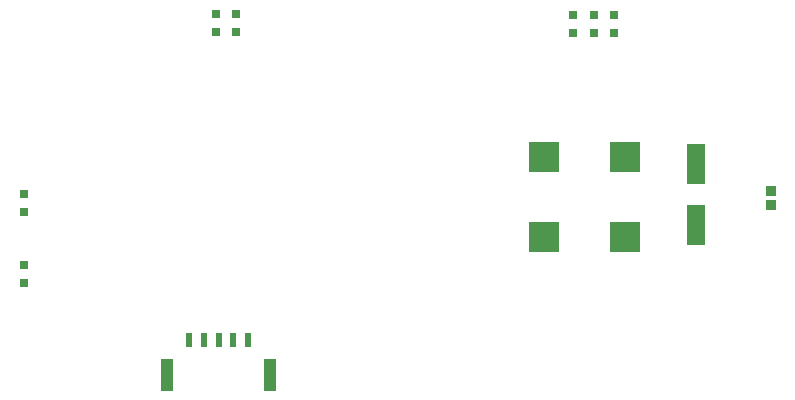
<source format=gbp>
G04*
G04 #@! TF.GenerationSoftware,Altium Limited,Altium Designer,20.0.2 (26)*
G04*
G04 Layer_Color=128*
%FSLAX25Y25*%
%MOIN*%
G70*
G01*
G75*
%ADD50R,0.03543X0.03543*%
%ADD162R,0.03150X0.03150*%
%ADD163R,0.09843X0.09843*%
%ADD164R,0.05906X0.13780*%
%ADD165R,0.02362X0.04921*%
%ADD166R,0.03937X0.10630*%
D50*
X125000Y-2200D02*
D03*
Y2200D02*
D03*
D162*
X72835Y60827D02*
D03*
Y54921D02*
D03*
X65945Y60827D02*
D03*
Y54921D02*
D03*
X-60039Y55315D02*
D03*
Y61221D02*
D03*
X-53150Y55315D02*
D03*
Y61221D02*
D03*
X59055Y60827D02*
D03*
Y54921D02*
D03*
X-124016Y1181D02*
D03*
Y-4724D02*
D03*
Y-22441D02*
D03*
Y-28346D02*
D03*
D163*
X76575Y13780D02*
D03*
X49409D02*
D03*
X76575Y-12992D02*
D03*
X49409D02*
D03*
D164*
X99999Y-9056D02*
D03*
Y11417D02*
D03*
D165*
X-49213Y-47441D02*
D03*
X-54134D02*
D03*
X-59055D02*
D03*
X-63976D02*
D03*
X-68898D02*
D03*
D166*
X-41929Y-58858D02*
D03*
X-76181D02*
D03*
M02*

</source>
